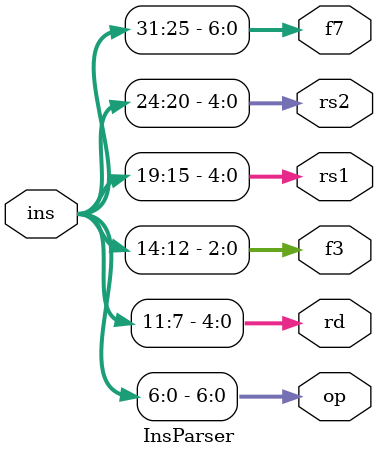
<source format=v>
module InsParser(
  input [31:0] ins,
  output [6:0] op,
  output [4:0] rd,
  output [2:0] f3,
  output [4:0] rs1,
  output [4:0] rs2,
  output [6:0] f7
  );
  
  assign op = ins[6:0];
  assign rd = ins[11:7];
  assign f3 = ins[14:12];
  assign rs1 = ins[19:15];
  assign rs2 = ins[24:20];
  assign f7 = ins[31:25];
  
  endmodule
</source>
